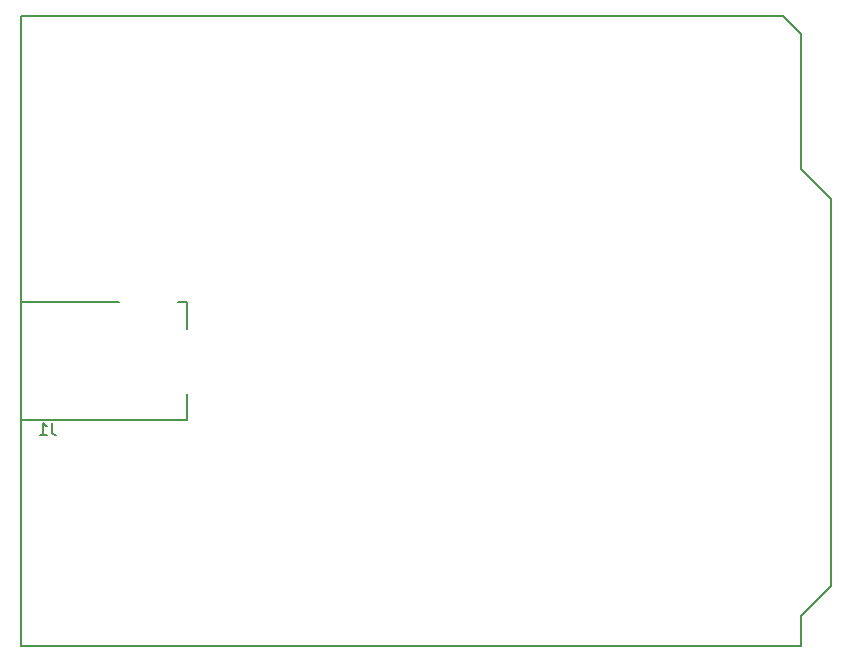
<source format=gbo>
G04 #@! TF.FileFunction,Legend,Bot*
%FSLAX46Y46*%
G04 Gerber Fmt 4.6, Leading zero omitted, Abs format (unit mm)*
G04 Created by KiCad (PCBNEW 4.0.6+dfsg1-1) date Mon Oct 16 00:40:44 2017*
%MOMM*%
%LPD*%
G01*
G04 APERTURE LIST*
%ADD10C,0.100000*%
%ADD11C,0.150000*%
G04 APERTURE END LIST*
D10*
D11*
X177038000Y-74549000D02*
X175514000Y-73025000D01*
X177038000Y-85979000D02*
X177038000Y-74549000D01*
X179578000Y-88519000D02*
X177038000Y-85979000D01*
X179578000Y-121285000D02*
X179578000Y-88519000D01*
X177038000Y-123825000D02*
X179578000Y-121285000D01*
X177038000Y-126365000D02*
X177038000Y-123825000D01*
X110998000Y-126365000D02*
X177038000Y-126365000D01*
X110998000Y-73025000D02*
X110998000Y-126365000D01*
X175514000Y-73025000D02*
X110998000Y-73025000D01*
X110998000Y-102235000D02*
X110998000Y-107235000D01*
X110998000Y-107235000D02*
X124998000Y-107235000D01*
X124998000Y-107235000D02*
X124998000Y-104985000D01*
X124248000Y-97235000D02*
X124998000Y-97235000D01*
X124998000Y-97235000D02*
X124998000Y-99485000D01*
X110998000Y-102235000D02*
X110998000Y-97235000D01*
X110998000Y-97235000D02*
X119248000Y-97235000D01*
X113581333Y-107437381D02*
X113581333Y-108151667D01*
X113628953Y-108294524D01*
X113724191Y-108389762D01*
X113867048Y-108437381D01*
X113962286Y-108437381D01*
X112581333Y-108437381D02*
X113152762Y-108437381D01*
X112867048Y-108437381D02*
X112867048Y-107437381D01*
X112962286Y-107580238D01*
X113057524Y-107675476D01*
X113152762Y-107723095D01*
M02*

</source>
